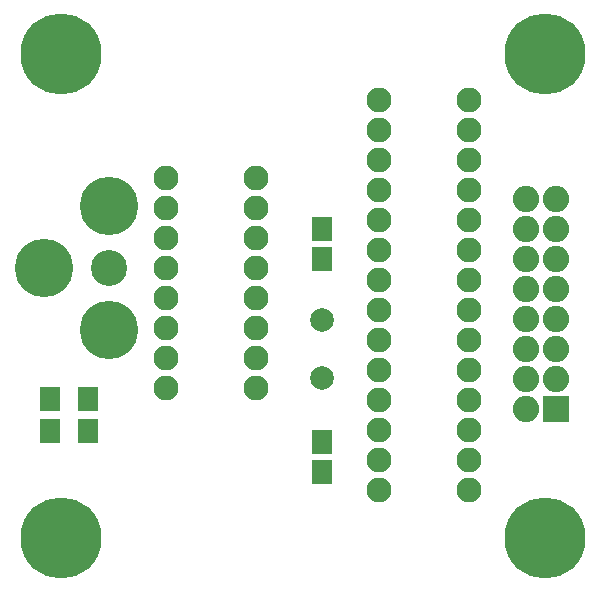
<source format=gts>
G04 #@! TF.FileFunction,Soldermask,Top*
%FSLAX46Y46*%
G04 Gerber Fmt 4.6, Leading zero omitted, Abs format (unit mm)*
G04 Created by KiCad (PCBNEW (after 2015-mar-04 BZR unknown)-product) date 11/11/2016 2:11:17 PM*
%MOMM*%
G01*
G04 APERTURE LIST*
%ADD10C,0.150000*%
%ADD11C,6.858000*%
%ADD12R,1.758000X2.008000*%
%ADD13R,2.235200X2.235200*%
%ADD14O,2.235200X2.235200*%
%ADD15R,1.808000X2.008000*%
%ADD16O,2.108000X2.108000*%
%ADD17C,2.009140*%
%ADD18C,4.953000*%
%ADD19C,3.048000*%
G04 APERTURE END LIST*
D10*
D11*
X200000000Y-125000000D03*
X159000000Y-125000000D03*
X200000000Y-84000000D03*
X159000000Y-84000000D03*
D12*
X181102000Y-101326000D03*
X181102000Y-98826000D03*
X181102000Y-116860000D03*
X181102000Y-119360000D03*
D13*
X200914000Y-114046000D03*
D14*
X198374000Y-114046000D03*
X200914000Y-111506000D03*
X198374000Y-111506000D03*
X200914000Y-108966000D03*
X198374000Y-108966000D03*
X200914000Y-106426000D03*
X198374000Y-106426000D03*
X200914000Y-103886000D03*
X198374000Y-103886000D03*
X200914000Y-101346000D03*
X198374000Y-101346000D03*
X200914000Y-98806000D03*
X198374000Y-98806000D03*
X200914000Y-96266000D03*
X198374000Y-96266000D03*
D15*
X158115000Y-113204000D03*
X158115000Y-115904000D03*
X161290000Y-113204000D03*
X161290000Y-115904000D03*
D16*
X185928000Y-87884000D03*
X185928000Y-90424000D03*
X185928000Y-92964000D03*
X185928000Y-95504000D03*
X185928000Y-98044000D03*
X185928000Y-100584000D03*
X185928000Y-103124000D03*
X185928000Y-105664000D03*
X185928000Y-108204000D03*
X185928000Y-110744000D03*
X185928000Y-113284000D03*
X185928000Y-115824000D03*
X185928000Y-118364000D03*
X185928000Y-120904000D03*
X193548000Y-120904000D03*
X193548000Y-118364000D03*
X193548000Y-115824000D03*
X193548000Y-113284000D03*
X193548000Y-110744000D03*
X193548000Y-108204000D03*
X193548000Y-105664000D03*
X193548000Y-103124000D03*
X193548000Y-100584000D03*
X193548000Y-98044000D03*
X193548000Y-95504000D03*
X193548000Y-92964000D03*
X193548000Y-90424000D03*
X193548000Y-87884000D03*
X167894000Y-94488000D03*
X167894000Y-97028000D03*
X167894000Y-99568000D03*
X167894000Y-102108000D03*
X167894000Y-104648000D03*
X167894000Y-107188000D03*
X167894000Y-109728000D03*
X167894000Y-112268000D03*
X175514000Y-112268000D03*
X175514000Y-109728000D03*
X175514000Y-107188000D03*
X175514000Y-104648000D03*
X175514000Y-102108000D03*
X175514000Y-99568000D03*
X175514000Y-97028000D03*
X175514000Y-94488000D03*
D17*
X181102000Y-111406940D03*
X181102000Y-106525060D03*
D18*
X157556200Y-102108000D03*
X163068000Y-107353100D03*
X163068000Y-96862900D03*
D19*
X163068000Y-102108000D03*
M02*

</source>
